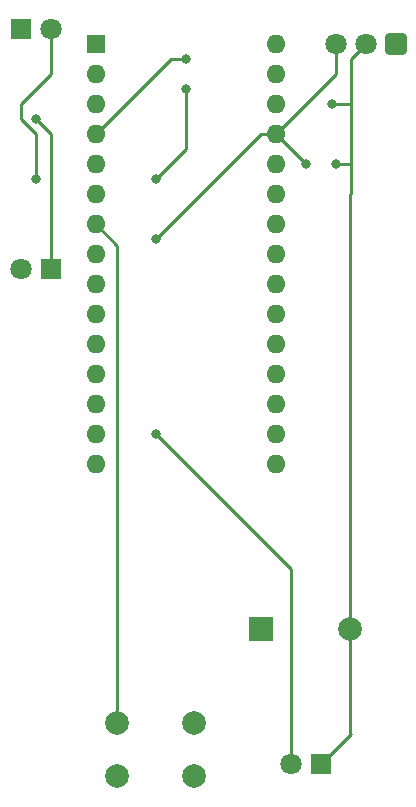
<source format=gbl>
G04 #@! TF.GenerationSoftware,KiCad,Pcbnew,6.0.1-79c1e3a40b~116~ubuntu20.04.1*
G04 #@! TF.CreationDate,2022-02-01T23:26:21-08:00*
G04 #@! TF.ProjectId,Laser_Tag,4c617365-725f-4546-9167-2e6b69636164,2-1-22*
G04 #@! TF.SameCoordinates,Original*
G04 #@! TF.FileFunction,Copper,L2,Bot*
G04 #@! TF.FilePolarity,Positive*
%FSLAX46Y46*%
G04 Gerber Fmt 4.6, Leading zero omitted, Abs format (unit mm)*
G04 Created by KiCad (PCBNEW 6.0.1-79c1e3a40b~116~ubuntu20.04.1) date 2022-02-01 23:26:21*
%MOMM*%
%LPD*%
G01*
G04 APERTURE LIST*
G04 Aperture macros list*
%AMRoundRect*
0 Rectangle with rounded corners*
0 $1 Rounding radius*
0 $2 $3 $4 $5 $6 $7 $8 $9 X,Y pos of 4 corners*
0 Add a 4 corners polygon primitive as box body*
4,1,4,$2,$3,$4,$5,$6,$7,$8,$9,$2,$3,0*
0 Add four circle primitives for the rounded corners*
1,1,$1+$1,$2,$3*
1,1,$1+$1,$4,$5*
1,1,$1+$1,$6,$7*
1,1,$1+$1,$8,$9*
0 Add four rect primitives between the rounded corners*
20,1,$1+$1,$2,$3,$4,$5,0*
20,1,$1+$1,$4,$5,$6,$7,0*
20,1,$1+$1,$6,$7,$8,$9,0*
20,1,$1+$1,$8,$9,$2,$3,0*%
G04 Aperture macros list end*
G04 #@! TA.AperFunction,ComponentPad*
%ADD10C,2.000000*%
G04 #@! TD*
G04 #@! TA.AperFunction,ComponentPad*
%ADD11R,1.600000X1.600000*%
G04 #@! TD*
G04 #@! TA.AperFunction,ComponentPad*
%ADD12O,1.600000X1.600000*%
G04 #@! TD*
G04 #@! TA.AperFunction,ComponentPad*
%ADD13R,2.000000X2.000000*%
G04 #@! TD*
G04 #@! TA.AperFunction,ComponentPad*
%ADD14RoundRect,0.250200X0.649800X0.649800X-0.649800X0.649800X-0.649800X-0.649800X0.649800X-0.649800X0*%
G04 #@! TD*
G04 #@! TA.AperFunction,ComponentPad*
%ADD15C,1.800000*%
G04 #@! TD*
G04 #@! TA.AperFunction,ComponentPad*
%ADD16R,1.800000X1.800000*%
G04 #@! TD*
G04 #@! TA.AperFunction,ViaPad*
%ADD17C,0.800000*%
G04 #@! TD*
G04 #@! TA.AperFunction,Conductor*
%ADD18C,0.250000*%
G04 #@! TD*
G04 APERTURE END LIST*
D10*
X113590000Y-142530000D03*
X120090000Y-142530000D03*
X113590000Y-147030000D03*
X120090000Y-147030000D03*
D11*
X111760000Y-85090000D03*
D12*
X111760000Y-87630000D03*
X111760000Y-90170000D03*
X111760000Y-92710000D03*
X111760000Y-95250000D03*
X111760000Y-97790000D03*
X111760000Y-100330000D03*
X111760000Y-102870000D03*
X111760000Y-105410000D03*
X111760000Y-107950000D03*
X111760000Y-110490000D03*
X111760000Y-113030000D03*
X111760000Y-115570000D03*
X111760000Y-118110000D03*
X111760000Y-120650000D03*
X127000000Y-120650000D03*
X127000000Y-118110000D03*
X127000000Y-115570000D03*
X127000000Y-113030000D03*
X127000000Y-110490000D03*
X127000000Y-107950000D03*
X127000000Y-105410000D03*
X127000000Y-102870000D03*
X127000000Y-100330000D03*
X127000000Y-97790000D03*
X127000000Y-95250000D03*
X127000000Y-92710000D03*
X127000000Y-90170000D03*
X127000000Y-87630000D03*
X127000000Y-85090000D03*
D13*
X125740000Y-134620000D03*
D10*
X133340000Y-134620000D03*
D14*
X137160000Y-85090000D03*
D15*
X134620000Y-85090000D03*
X132080000Y-85090000D03*
D16*
X130810000Y-146050000D03*
D15*
X128270000Y-146050000D03*
D16*
X107950000Y-104140000D03*
D15*
X105410000Y-104140000D03*
D16*
X105410000Y-83820000D03*
D15*
X107950000Y-83820000D03*
D17*
X131760000Y-90170000D03*
X119380000Y-86360000D03*
X132080000Y-95250000D03*
X116840000Y-101600000D03*
X129540000Y-95250000D03*
X106680000Y-96520000D03*
X116840000Y-118110000D03*
X106680000Y-91440000D03*
X119380000Y-88900000D03*
X116840000Y-96520000D03*
D18*
X133340000Y-143500000D02*
X133350000Y-143510000D01*
X133350000Y-143510000D02*
X130810000Y-146050000D01*
X133340000Y-134620000D02*
X133340000Y-143500000D01*
X114300000Y-90170000D02*
X111760000Y-92710000D01*
X118110000Y-86360000D02*
X119380000Y-86360000D01*
X133350000Y-95250000D02*
X133350000Y-90170000D01*
X114300000Y-90170000D02*
X118110000Y-86360000D01*
X131760000Y-90170000D02*
X133350000Y-90170000D01*
X133350000Y-97790000D02*
X133340000Y-97800000D01*
X133340000Y-97800000D02*
X133340000Y-134620000D01*
X133350000Y-97790000D02*
X133350000Y-95250000D01*
X133350000Y-86360000D02*
X134620000Y-85090000D01*
X132080000Y-95250000D02*
X133350000Y-95250000D01*
X133350000Y-90170000D02*
X133350000Y-86360000D01*
X113590000Y-102160000D02*
X111760000Y-100330000D01*
X113590000Y-142530000D02*
X113590000Y-102160000D01*
X106680000Y-92710000D02*
X105410000Y-91440000D01*
X129540000Y-95250000D02*
X127000000Y-92710000D01*
X106680000Y-96520000D02*
X106680000Y-92710000D01*
X116840000Y-101600000D02*
X125730000Y-92710000D01*
X105410000Y-90170000D02*
X107950000Y-87630000D01*
X132080000Y-87630000D02*
X132080000Y-85090000D01*
X125730000Y-92710000D02*
X127000000Y-92710000D01*
X107950000Y-87630000D02*
X107950000Y-83820000D01*
X105410000Y-91440000D02*
X105410000Y-90170000D01*
X127000000Y-92710000D02*
X132080000Y-87630000D01*
X128270000Y-129540000D02*
X116840000Y-118110000D01*
X128270000Y-146050000D02*
X128270000Y-129540000D01*
X107950000Y-92710000D02*
X106680000Y-91440000D01*
X107950000Y-104140000D02*
X107950000Y-92710000D01*
X116840000Y-96520000D02*
X119380000Y-93980000D01*
X119380000Y-93980000D02*
X119380000Y-88900000D01*
M02*

</source>
